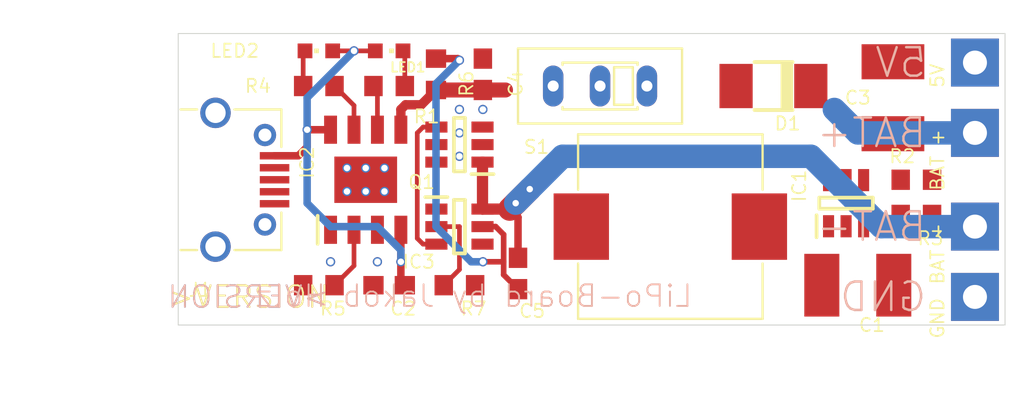
<source format=kicad_pcb>
(kicad_pcb (version 20221018) (generator pcbnew)
  (layers (0 "F.Cu" signal) (31 "B.Cu" signal) (34 "B.Paste" user) (35 "F.Paste" user) (36 "B.SilkS" user "B.Silkscreen") (37 "F.SilkS" user "F.Silkscreen") (38 "B.Mask" user) (39 "F.Mask" user) (44 "Edge.Cuts" user))
  (net 0 "")
  (net 1 "GND")
  (net 2 "N$2")
  (net 3 "N$3")
  (net 4 "N$7")
  (net 5 "N$4")
  (net 6 "N$5")
  (net 7 "VBUS")
  (net 8 "BAT-")
  (net 9 "N$10")
  (net 10 "N$11")
  (net 11 "N$12")
  (net 12 "N$13")
  (net 13 "N$1")
  (net 14 "N$6")
  (net 15 "5V")
  (net 16 "BAT+")
  (net 17 "VIN")
  (footprint "LiPo-BoardV1:R0603" (layer "F.Cu") (at 140.0656 99.3141 90)
    (fp_text reference "R6" (at -1.27 1.651 90) (layer "F.SilkS") (effects (font (size 0.719328 0.719328) (thickness 0.093472)) (justify left)))
    (fp_text value "100R")
    (pad "1" smd rect (at -0.85 0 90) (size 1 1.1) (layers "F.Cu" "F.Paste" "F.Mask") (net 16 "BAT+"))
    (pad "2" smd rect (at 0.85 0 90) (size 1 1.1) (layers "F.Cu" "F.Paste" "F.Mask") (net 12 "N$13"))
  )
  (footprint "LiPo-BoardV1:C1812" (layer "F.Cu") (at 162.9256 110.7441)
    (fp_text reference "C1" (at 0 2.159) (layer "F.SilkS") (effects (font (size 0.719328 0.719328) (thickness 0.093472)) (justify left)))
    (fp_text value "22uF")
    (pad "1" smd rect (at -1.95 0) (size 1.9 3.4) (layers "F.Cu" "F.Paste" "F.Mask") (net 17 "VIN"))
    (pad "2" smd rect (at 1.95 0) (size 1.9 3.4) (layers "F.Cu" "F.Paste" "F.Mask") (net 1 "GND"))
  )
  (footprint "LiPo-BoardV1:C1812" (layer "F.Cu") (at 164.8306 100.5841 -90)
    (fp_text reference "C3" (at 0 2.667) (layer "F.SilkS") (effects (font (size 0.719328 0.719328) (thickness 0.093472)) (justify left)))
    (fp_text value "22uF")
    (pad "1" smd rect (at -1.95 0 270) (size 1.9 3.4) (layers "F.Cu" "F.Paste" "F.Mask") (net 15 "5V"))
    (pad "2" smd rect (at 1.95 0 270) (size 1.9 3.4) (layers "F.Cu" "F.Paste" "F.Mask") (net 1 "GND"))
  )
  (footprint "LiPo-BoardV1:R0603" (layer "F.Cu") (at 133.7156 99.9491 180)
    (fp_text reference "R4" (at 2.54 0) (layer "F.SilkS") (effects (font (size 0.719328 0.719328) (thickness 0.093472)) (justify right)))
    (fp_text value "1k")
    (pad "1" smd rect (at -0.85 0 180) (size 1 1.1) (layers "F.Cu" "F.Paste" "F.Mask") (net 5 "N$4"))
    (pad "2" smd rect (at 0.85 0 180) (size 1 1.1) (layers "F.Cu" "F.Paste" "F.Mask") (net 3 "N$3"))
  )
  (footprint "LiPo-BoardV1:C0603" (layer "F.Cu") (at 144.5106 110.1091 90)
    (fp_text reference "C5" (at -2.032 0) (layer "F.SilkS") (effects (font (size 0.719328 0.719328) (thickness 0.093472)) (justify left)))
    (fp_text value "100n")
    (pad "1" smd rect (at -0.85 0 90) (size 1.1 1) (layers "F.Cu" "F.Paste" "F.Mask") (net 12 "N$13"))
    (pad "2" smd rect (at 0.85 0 90) (size 1.1 1) (layers "F.Cu" "F.Paste" "F.Mask") (net 8 "BAT-"))
  )
  (footprint "LiPo-BoardV1:CON-PAD" (layer "F.Cu") (at 169.2756 111.3791 180)
    (fp_text reference "J3" hide)
    (fp_text value "GND" (at 2.032 0 90) (layer "F.SilkS") (effects (font (size 0.719328 0.719328) (thickness 0.093472)) (justify right)))
    (pad "1" thru_hole rect (at 0 0 180) (size 2.6 2.6) (drill 1.3) (layers "*.Cu" "*.Mask") (net 1 "GND"))
  )
  (footprint "LiPo-BoardV1:SPDT" (layer "F.Cu") (at 148.9556 99.9491)
    (fp_text reference "S1" (at -4.191 3.302) (layer "F.SilkS") (effects (font (size 0.719328 0.719328) (thickness 0.093472)) (justify left)))
    (fp_text value "SPDT")
    (fp_line (start -4.445 -2.032) (end 4.445 -2.032) (stroke (width 0.127)) (layer "F.SilkS"))
    (fp_line (start -4.445 2.032) (end -4.445 -2.032) (stroke (width 0.127)) (layer "F.SilkS"))
    (fp_line (start -2.032 -1.27) (end -2.032 -1.143) (stroke (width 0.127)) (layer "F.SilkS"))
    (fp_line (start -2.032 -1.27) (end 2.032 -1.27) (stroke (width 0.127)) (layer "F.SilkS"))
    (fp_line (start -2.032 1.27) (end -2.032 1.143) (stroke (width 0.127)) (layer "F.SilkS"))
    (fp_line (start -2.032 1.27) (end 2.032 1.27) (stroke (width 0.127)) (layer "F.SilkS"))
    (fp_line (start 0.762 -1.016) (end 0.762 1.016) (stroke (width 0.127)) (layer "F.SilkS"))
    (fp_line (start 0.762 1.016) (end 1.778 1.016) (stroke (width 0.127)) (layer "F.SilkS"))
    (fp_line (start 1.778 -1.016) (end 0.762 -1.016) (stroke (width 0.127)) (layer "F.SilkS"))
    (fp_line (start 1.778 1.016) (end 1.778 -1.016) (stroke (width 0.127)) (layer "F.SilkS"))
    (fp_line (start 2.032 -1.27) (end 2.032 -1.143) (stroke (width 0.127)) (layer "F.SilkS"))
    (fp_line (start 2.032 1.27) (end 2.032 1.143) (stroke (width 0.127)) (layer "F.SilkS"))
    (fp_line (start 4.445 -2.032) (end 4.445 2.032) (stroke (width 0.127)) (layer "F.SilkS"))
    (fp_line (start 4.445 2.032) (end -4.445 2.032) (stroke (width 0.127)) (layer "F.SilkS"))
    (pad "1" thru_hole oval (at -2.54 0 90) (size 2.216 1.108) (drill 0.6) (layers "*.Cu" "*.Mask") (net 16 "BAT+"))
    (pad "2" thru_hole oval (at 0 0 90) (size 2.216 1.108) (drill 0.6) (layers "*.Cu" "*.Mask") (net 17 "VIN"))
    (pad "3" thru_hole oval (at 2.54 0 90) (size 2.216 1.108) (drill 0.6) (layers "*.Cu" "*.Mask"))
  )
  (footprint "LiPo-BoardV1:SOT-23-6" (layer "F.Cu") (at 162.2906 106.2991 90)
    (fp_text reference "IC1" (at 0 -2.54 90) (layer "F.SilkS") (effects (font (size 0.719328 0.719328) (thickness 0.093472)) (justify left)))
    (fp_text value "MT3608")
    (fp_line (start -1.85 -1.6) (end -0.65 -1.6) (stroke (width 0.2)) (layer "F.SilkS"))
    (fp_line (start -0.3 -1.45) (end 0.3 -1.45) (stroke (width 0.2)) (layer "F.SilkS"))
    (fp_line (start -0.3 1.45) (end -0.3 -1.45) (stroke (width 0.2)) (layer "F.SilkS"))
    (fp_line (start 0.3 -1.45) (end 0.3 1.45) (stroke (width 0.2)) (layer "F.SilkS"))
    (fp_line (start 0.3 1.45) (end -0.3 1.45) (stroke (width 0.2)) (layer "F.SilkS"))
    (pad "1" smd rect (at -1.25 -0.95 90) (size 1.2 0.6) (layers "F.Cu" "F.Paste" "F.Mask") (net 13 "N$1"))
    (pad "2" smd rect (at -1.25 0 90) (size 1.2 0.6) (layers "F.Cu" "F.Paste" "F.Mask") (net 1 "GND"))
    (pad "3" smd rect (at -1.25 0.95 90) (size 1.2 0.6) (layers "F.Cu" "F.Paste" "F.Mask") (net 14 "N$6"))
    (pad "4" smd rect (at 1.25 0.95 90) (size 1.2 0.6) (layers "F.Cu" "F.Paste" "F.Mask") (net 17 "VIN"))
    (pad "5" smd rect (at 1.25 0 90) (size 1.2 0.6) (layers "F.Cu" "F.Paste" "F.Mask") (net 17 "VIN"))
    (pad "6" smd rect (at 1.25 -0.95 90) (size 1.2 0.6) (layers "F.Cu" "F.Paste" "F.Mask"))
  )
  (footprint "LiPo-BoardV1:INDUCTOR10.8X10" (layer "F.Cu") (at 152.7656 107.5691)
    (fp_text reference "L1" hide)
    (fp_text value "SLO1040H220MTT" hide)
    (fp_line (start -5 -5) (end -5 -2) (stroke (width 0.127)) (layer "F.SilkS"))
    (fp_line (start -5 -5) (end 5 -5) (stroke (width 0.127)) (layer "F.SilkS"))
    (fp_line (start -5 5) (end -5 2) (stroke (width 0.127)) (layer "F.SilkS"))
    (fp_line (start 5 -5) (end 5 -2) (stroke (width 0.127)) (layer "F.SilkS"))
    (fp_line (start 5 5) (end -5 5) (stroke (width 0.127)) (layer "F.SilkS"))
    (fp_line (start 5 5) (end 5 2) (stroke (width 0.127)) (layer "F.SilkS"))
    (pad "1" smd rect (at -4.826 0) (size 3 3.6) (layers "F.Cu" "F.Paste" "F.Mask") (net 17 "VIN"))
    (pad "2" smd rect (at 4.826 0) (size 3 3.6) (layers "F.Cu" "F.Paste" "F.Mask") (net 13 "N$1"))
  )
  (footprint "LiPo-BoardV1:R0603" (layer "F.Cu") (at 166.1006 106.9341 180)
    (fp_text reference "R3" (at 0 -1.27) (layer "F.SilkS") (effects (font (size 0.719328 0.719328) (thickness 0.093472)) (justify left)))
    (fp_text value "1k")
    (pad "1" smd rect (at -0.85 0 180) (size 1 1.1) (layers "F.Cu" "F.Paste" "F.Mask") (net 1 "GND"))
    (pad "2" smd rect (at 0.85 0 180) (size 1 1.1) (layers "F.Cu" "F.Paste" "F.Mask") (net 14 "N$6"))
  )
  (footprint "LiPo-BoardV1:SOP-8" (layer "F.Cu") (at 136.2556 105.0291 90)
    (fp_text reference "IC2" (at 0 -3.175 90) (layer "F.SilkS") (effects (font (size 0.719328 0.719328) (thickness 0.093472)) (justify left)))
    (fp_text value "TP4056")
    (fp_line (start -3.475 -2.605) (end -1.95 -2.605) (stroke (width 0.2)) (layer "F.SilkS"))
    (pad "1" smd rect (at -2.712 -1.905 90) (size 1.525 0.7) (layers "F.Cu" "F.Paste" "F.Mask") (net 1 "GND"))
    (pad "2" smd rect (at -2.712 -0.635 90) (size 1.525 0.7) (layers "F.Cu" "F.Paste" "F.Mask") (net 4 "N$7"))
    (pad "3" smd rect (at -2.712 0.635 90) (size 1.525 0.7) (layers "F.Cu" "F.Paste" "F.Mask") (net 1 "GND"))
    (pad "4" smd rect (at -2.712 1.905 90) (size 1.525 0.7) (layers "F.Cu" "F.Paste" "F.Mask") (net 7 "VBUS"))
    (pad "5" smd rect (at 2.712 1.905 90) (size 1.525 0.7) (layers "F.Cu" "F.Paste" "F.Mask") (net 16 "BAT+"))
    (pad "6" smd rect (at 2.712 0.635 90) (size 1.525 0.7) (layers "F.Cu" "F.Paste" "F.Mask") (net 6 "N$5"))
    (pad "7" smd rect (at 2.712 -0.635 90) (size 1.525 0.7) (layers "F.Cu" "F.Paste" "F.Mask") (net 5 "N$4"))
    (pad "8" smd rect (at 2.712 -1.905 90) (size 1.525 0.7) (layers "F.Cu" "F.Paste" "F.Mask") (net 7 "VBUS"))
    (pad "9" smd rect (at 0 0 180) (size 3.402 2.513) (layers "F.Cu" "F.Paste" "F.Mask") (net 1 "GND"))
  )
  (footprint "LiPo-BoardV1:SOT-23-6" (layer "F.Cu") (at 141.3356 103.1241 180)
    (fp_text reference "Q1" (at 1.27 -2.032) (layer "F.SilkS") (effects (font (size 0.719328 0.719328) (thickness 0.093472)) (justify right)))
    (fp_text value "FS8205")
    (fp_line (start -1.85 -1.6) (end -0.65 -1.6) (stroke (width 0.2)) (layer "F.SilkS"))
    (fp_line (start -0.3 -1.45) (end 0.3 -1.45) (stroke (width 0.2)) (layer "F.SilkS"))
    (fp_line (start -0.3 1.45) (end -0.3 -1.45) (stroke (width 0.2)) (layer "F.SilkS"))
    (fp_line (start 0.3 -1.45) (end 0.3 1.45) (stroke (width 0.2)) (layer "F.SilkS"))
    (fp_line (start 0.3 1.45) (end -0.3 1.45) (stroke (width 0.2)) (layer "F.SilkS"))
    (pad "1" smd rect (at -1.25 -0.95 180) (size 1.2 0.6) (layers "F.Cu" "F.Paste" "F.Mask") (net 8 "BAT-"))
    (pad "2" smd rect (at -1.25 0 180) (size 1.2 0.6) (layers "F.Cu" "F.Paste" "F.Mask"))
    (pad "3" smd rect (at -1.25 0.95 180) (size 1.2 0.6) (layers "F.Cu" "F.Paste" "F.Mask") (net 1 "GND"))
    (pad "4" smd rect (at 1.25 0.95 180) (size 1.2 0.6) (layers "F.Cu" "F.Paste" "F.Mask") (net 10 "N$11"))
    (pad "5" smd rect (at 1.25 0 180) (size 1.2 0.6) (layers "F.Cu" "F.Paste" "F.Mask"))
    (pad "6" smd rect (at 1.25 -0.95 180) (size 1.2 0.6) (layers "F.Cu" "F.Paste" "F.Mask") (net 9 "N$10"))
  )
  (footprint "LiPo-BoardV1:R0603" (layer "F.Cu") (at 141.3356 110.7441 180)
    (fp_text reference "R7" (at 0 -1.27) (layer "F.SilkS") (effects (font (size 0.719328 0.719328) (thickness 0.093472)) (justify left)))
    (fp_text value "1k")
    (pad "1" smd rect (at -0.85 0 180) (size 1 1.1) (layers "F.Cu" "F.Paste" "F.Mask") (net 1 "GND"))
    (pad "2" smd rect (at 0.85 0 180) (size 1 1.1) (layers "F.Cu" "F.Paste" "F.Mask") (net 11 "N$12"))
  )
  (footprint "LiPo-BoardV1:DO-214AC" (layer "F.Cu") (at 158.3536 99.9491 180)
    (fp_text reference "D1" (at 0 -2.032) (layer "F.SilkS") (effects (font (size 0.719328 0.719328) (thickness 0.093472)) (justify left)))
    (fp_text value "SS34")
    (fp_line (start -1.035 -1.3) (end 1.025 -1.3) (stroke (width 0.2032)) (layer "F.SilkS"))
    (fp_line (start 1.025 1.3) (end -1.035 1.3) (stroke (width 0.2032)) (layer "F.SilkS"))
    (fp_poly (pts (xy -1.065 1.225) (xy -0.39 1.225) (xy -0.39 -1.225) (xy -1.065 -1.225)) (fill solid) (layer "F.SilkS"))
    (pad "A" smd rect (at 2.025 0) (size 1.8 2.4) (layers "F.Cu" "F.Paste" "F.Mask") (net 13 "N$1"))
    (pad "C" smd rect (at -2.025 0 180) (size 1.8 2.4) (layers "F.Cu" "F.Paste" "F.Mask") (net 15 "5V"))
  )
  (footprint "LiPo-BoardV1:MICROUSB" (layer "F.Cu") (at 128.6356 105.0291 90)
    (fp_text reference "J1" (at -5.969 -2.032) (layer "F.SilkS") (effects (font (size 0.719328 0.719328) (thickness 0.093472)) (justify left)))
    (fp_text value "MICRO_USB" hide)
    (fp_line (start -3.81 -1.524) (end -3.81 -2.413) (stroke (width 0.127)) (layer "F.SilkS"))
    (fp_line (start -3.81 0.508) (end -3.81 3.048) (stroke (width 0.127)) (layer "F.SilkS"))
    (fp_line (start -3.81 3.048) (end -1.778 3.048) (stroke (width 0.127)) (layer "F.SilkS"))
    (fp_line (start 3.81 -1.524) (end 3.81 -2.413) (stroke (width 0.127)) (layer "F.SilkS"))
    (fp_line (start 3.81 3.048) (end 1.778 3.048) (stroke (width 0.127)) (layer "F.SilkS"))
    (fp_line (start 3.81 3.048) (end 3.81 0.508) (stroke (width 0.127)) (layer "F.SilkS"))
    (pad "1" smd rect (at 1.3 2.68 180) (size 1.6 0.4) (layers "F.Cu" "F.Paste" "F.Mask") (net 7 "VBUS"))
    (pad "2" smd rect (at 0.65 2.68 180) (size 1.6 0.4) (layers "F.Cu" "F.Paste" "F.Mask"))
    (pad "3" smd rect (at 0 2.68 180) (size 1.6 0.4) (layers "F.Cu" "F.Paste" "F.Mask"))
    (pad "4" smd rect (at -0.65 2.68 180) (size 1.6 0.4) (layers "F.Cu" "F.Paste" "F.Mask"))
    (pad "5" smd rect (at -1.3 2.68 180) (size 1.6 0.4) (layers "F.Cu" "F.Paste" "F.Mask") (net 1 "GND"))
    (pad "MP1" thru_hole circle (at -3.625 -0.521 90) (size 1.65 1.65) (drill 1.1) (layers "*.Cu" "*.Mask") (net 1 "GND"))
    (pad "MP2" thru_hole circle (at -2.425 2.159 90) (size 1.208 1.208) (drill 0.7) (layers "*.Cu" "*.Mask") (net 1 "GND"))
    (pad "MP3" thru_hole circle (at 2.425 2.159 90) (size 1.208 1.208) (drill 0.7) (layers "*.Cu" "*.Mask") (net 1 "GND"))
    (pad "MP4" thru_hole circle (at 3.625 -0.521 90) (size 1.65 1.65) (drill 1.1) (layers "*.Cu" "*.Mask") (net 1 "GND"))
  )
  (footprint "LiPo-BoardV1:CON-PAD" (layer "F.Cu") (at 169.2756 98.6791 180)
    (fp_text reference "J2" hide)
    (fp_text value "5V" (at 2.032 0 90) (layer "F.SilkS") (effects (font (size 0.719328 0.719328) (thickness 0.093472)) (justify right)))
    (pad "1" thru_hole rect (at 0 0 180) (size 2.6 2.6) (drill 1.3) (layers "*.Cu" "*.Mask") (net 15 "5V"))
  )
  (footprint "LiPo-BoardV1:C0603" (layer "F.Cu") (at 142.6056 99.3141 90)
    (fp_text reference "C4" (at -1.27 1.778 90) (layer "F.SilkS") (effects (font (size 0.719328 0.719328) (thickness 0.093472)) (justify left)))
    (fp_text value "10uF")
    (pad "1" smd rect (at -0.85 0 90) (size 1.1 1) (layers "F.Cu" "F.Paste" "F.Mask") (net 16 "BAT+"))
    (pad "2" smd rect (at 0.85 0 90) (size 1.1 1) (layers "F.Cu" "F.Paste" "F.Mask") (net 1 "GND"))
  )
  (footprint "LiPo-BoardV1:SOT-23-6" (layer "F.Cu") (at 141.3356 107.5691)
    (fp_text reference "IC3" (at -1.27 1.905) (layer "F.SilkS") (effects (font (size 0.719328 0.719328) (thickness 0.093472)) (justify right)))
    (fp_text value "FS312F-G")
    (fp_line (start -1.85 -1.6) (end -0.65 -1.6) (stroke (width 0.2)) (layer "F.SilkS"))
    (fp_line (start -0.3 -1.45) (end 0.3 -1.45) (stroke (width 0.2)) (layer "F.SilkS"))
    (fp_line (start -0.3 1.45) (end -0.3 -1.45) (stroke (width 0.2)) (layer "F.SilkS"))
    (fp_line (start 0.3 -1.45) (end 0.3 1.45) (stroke (width 0.2)) (layer "F.SilkS"))
    (fp_line (start 0.3 1.45) (end -0.3 1.45) (stroke (width 0.2)) (layer "F.SilkS"))
    (pad "1" smd rect (at -1.25 -0.95) (size 1.2 0.6) (layers "F.Cu" "F.Paste" "F.Mask") (net 9 "N$10"))
    (pad "2" smd rect (at -1.25 0) (size 1.2 0.6) (layers "F.Cu" "F.Paste" "F.Mask") (net 11 "N$12"))
    (pad "3" smd rect (at -1.25 0.95) (size 1.2 0.6) (layers "F.Cu" "F.Paste" "F.Mask") (net 10 "N$11"))
    (pad "4" smd rect (at 1.25 0.95) (size 1.2 0.6) (layers "F.Cu" "F.Paste" "F.Mask"))
    (pad "5" smd rect (at 1.25 0) (size 1.2 0.6) (layers "F.Cu" "F.Paste" "F.Mask") (net 12 "N$13"))
    (pad "6" smd rect (at 1.25 -0.95) (size 1.2 0.6) (layers "F.Cu" "F.Paste" "F.Mask") (net 8 "BAT-"))
  )
  (footprint "LiPo-BoardV1:CON-PAD" (layer "F.Cu") (at 169.2756 107.5691 180)
    (fp_text reference "J5" hide)
    (fp_text value "BAT -" (at 2.032 0.254 90) (layer "F.SilkS") (effects (font (size 0.719328 0.719328) (thickness 0.093472)) (justify right)))
    (pad "1" thru_hole rect (at 0 0 180) (size 2.6 2.6) (drill 1.3) (layers "*.Cu" "*.Mask") (net 8 "BAT-"))
  )
  (footprint "LiPo-BoardV1:R0603" (layer "F.Cu") (at 133.7156 110.7441)
    (fp_text reference "R5" (at 0 1.27) (layer "F.SilkS") (effects (font (size 0.719328 0.719328) (thickness 0.093472)) (justify left)))
    (fp_text value "1k2")
    (pad "1" smd rect (at -0.85 0) (size 1 1.1) (layers "F.Cu" "F.Paste" "F.Mask") (net 1 "GND"))
    (pad "2" smd rect (at 0.85 0) (size 1 1.1) (layers "F.Cu" "F.Paste" "F.Mask") (net 4 "N$7"))
  )
  (footprint "LiPo-BoardV1:CON-PAD" (layer "F.Cu") (at 169.2756 102.4891 180)
    (fp_text reference "J4" hide)
    (fp_text value "BAT +" (at 2.032 0.254 90) (layer "F.SilkS") (effects (font (size 0.719328 0.719328) (thickness 0.093472)) (justify right)))
    (pad "1" thru_hole rect (at 0 0 180) (size 2.6 2.6) (drill 1.3) (layers "*.Cu" "*.Mask") (net 16 "BAT+"))
  )
  (footprint "LiPo-BoardV1:R0603" (layer "F.Cu") (at 137.5256 99.9491)
    (fp_text reference "R1" (at 1.27 1.651) (layer "F.SilkS") (effects (font (size 0.719328 0.719328) (thickness 0.093472)) (justify left)))
    (fp_text value "1k")
    (pad "1" smd rect (at -0.85 0) (size 1 1.1) (layers "F.Cu" "F.Paste" "F.Mask") (net 6 "N$5"))
    (pad "2" smd rect (at 0.85 0) (size 1 1.1) (layers "F.Cu" "F.Paste" "F.Mask") (net 2 "N$2"))
  )
  (footprint "LiPo-BoardV1:CHIPLED_0603" (layer "F.Cu") (at 137.5256 98.0441 -90)
    (fp_text reference "LED1" (at 0.889 0) (layer "F.SilkS") (effects (font (size 0.516128 0.516128) (thickness 0.093472)) (justify left)))
    (fp_text value "GREEN")
    (fp_poly (pts (xy -0.125 0) (xy 0.125 0) (xy 0.125 -0.25) (xy -0.125 -0.25)) (fill solid) (layer "F.SilkS"))
    (pad "A" smd rect (at 0 0.75 270) (size 0.8 0.8) (layers "F.Cu" "F.Paste" "F.Mask") (net 7 "VBUS"))
    (pad "C" smd rect (at 0 -0.75 270) (size 0.8 0.8) (layers "F.Cu" "F.Paste" "F.Mask") (net 2 "N$2"))
  )
  (footprint "LiPo-BoardV1:R0603" (layer "F.Cu") (at 166.1006 105.0291)
    (fp_text reference "R2" (at 0 -1.27) (layer "F.SilkS") (effects (font (size 0.719328 0.719328) (thickness 0.093472)) (justify right)))
    (fp_text value "7k5")
    (pad "1" smd rect (at -0.85 0) (size 1 1.1) (layers "F.Cu" "F.Paste" "F.Mask") (net 14 "N$6"))
    (pad "2" smd rect (at 0.85 0) (size 1 1.1) (layers "F.Cu" "F.Paste" "F.Mask") (net 15 "5V"))
  )
  (footprint "LiPo-BoardV1:CHIPLED_0603" (layer "F.Cu") (at 133.7156 98.0441 90)
    (fp_text reference "LED2" (at 0 -3.175) (layer "F.SilkS") (effects (font (size 0.719328 0.719328) (thickness 0.093472)) (justify right)))
    (fp_text value "RED")
    (fp_poly (pts (xy -0.125 0) (xy 0.125 0) (xy 0.125 -0.25) (xy -0.125 -0.25)) (fill solid) (layer "F.SilkS"))
    (pad "A" smd rect (at 0 0.75 90) (size 0.8 0.8) (layers "F.Cu" "F.Paste" "F.Mask") (net 7 "VBUS"))
    (pad "C" smd rect (at 0 -0.75 90) (size 0.8 0.8) (layers "F.Cu" "F.Paste" "F.Mask") (net 3 "N$3"))
  )
  (footprint "LiPo-BoardV1:C0603" (layer "F.Cu") (at 137.5256 110.7441 180)
    (fp_text reference "C2" (at 0 -1.27) (layer "F.SilkS") (effects (font (size 0.719328 0.719328) (thickness 0.093472)) (justify left)))
    (fp_text value "10uF")
    (pad "1" smd rect (at -0.85 0 180) (size 1.1 1) (layers "F.Cu" "F.Paste" "F.Mask") (net 7 "VBUS"))
    (pad "2" smd rect (at 0.85 0 180) (size 1.1 1) (layers "F.Cu" "F.Paste" "F.Mask") (net 1 "GND"))
  )
  (gr_line (start 126.0956 97.1041) (end 126.0956 112.9031) (stroke (width 0.05)) (layer "Edge.Cuts"))
  (gr_line (start 170.9066 97.1041) (end 126.0956 97.1041) (stroke (width 0.05)) (layer "Edge.Cuts"))
  (gr_line (start 170.9066 112.9031) (end 170.9066 97.1041) (stroke (width 0.05)) (layer "Edge.Cuts"))
  (gr_line (start 126.0956 112.9031) (end 170.9066 112.9031) (stroke (width 0.05)) (layer "Edge.Cuts"))
  (gr_text ">VERSION" (at 129.9056 111.3791) (layer "F.Cu") (effects (font (size 1.1684 1.1684) (thickness 0.1016))))
  (gr_text ">VERSION" (at 129.9056 111.3791) (layer "B.Cu") (effects (font (size 1.1684 1.1684) (thickness 0.1016)) (justify mirror)))
  (gr_text "LiPo-Board by Jakob Holz" (at 154.0356 112.0141) (layer "B.SilkS") (effects (font (size 1.1684 1.1684) (thickness 0.1016)) (justify left bottom mirror)))
  (gr_text "BAT+" (at 166.7356 102.4891) (layer "B.SilkS") (effects (font (size 1.542288 1.542288) (thickness 0.134112)) (justify left mirror)))
  (gr_text ">VERSION" (at 129.9056 111.3791) (layer "B.SilkS") (effects (font (size 1.1684 1.1684) (thickness 0.1016)) (justify mirror)))
  (gr_text "5V" (at 166.7356 98.6791) (layer "B.SilkS") (effects (font (size 1.542288 1.542288) (thickness 0.134112)) (justify left mirror)))
  (gr_text "BAT-" (at 166.7356 107.5691) (layer "B.SilkS") (effects (font (size 1.542288 1.542288) (thickness 0.134112)) (justify left mirror)))
  (gr_text "GND" (at 166.7356 111.3791) (layer "B.SilkS") (effects (font (size 1.542288 1.542288) (thickness 0.134112)) (justify left mirror)))
  (gr_text ">VERSION" (at 129.9056 111.3791) (layer "F.SilkS") (effects (font (size 1.1684 1.1684) (thickness 0.1016))))
  (via (at 136.2556 104.3941) (size 0.5024) (drill 0.35) (layers "F.Cu" "B.Cu") (net 1))
  (via (at 141.3356 103.7591) (size 0.5024) (drill 0.35) (layers "F.Cu" "B.Cu") (net 1))
  (via (at 136.8906 109.4741) (size 0.5024) (drill 0.35) (layers "F.Cu" "B.Cu") (net 1))
  (via (at 137.2716 104.3941) (size 0.5024) (drill 0.35) (layers "F.Cu" "B.Cu") (net 1))
  (via (at 142.6056 101.2191) (size 0.5024) (drill 0.35) (layers "F.Cu" "B.Cu") (net 1))
  (via (at 135.2396 104.3941) (size 0.5024) (drill 0.35) (layers "F.Cu" "B.Cu") (net 1))
  (via (at 137.2716 105.6641) (size 0.5024) (drill 0.35) (layers "F.Cu" "B.Cu") (net 1))
  (via (at 141.3356 102.4891) (size 0.5024) (drill 0.35) (layers "F.Cu" "B.Cu") (net 1))
  (via (at 134.3506 109.4741) (size 0.5024) (drill 0.35) (layers "F.Cu" "B.Cu") (net 1))
  (via (at 135.2396 105.6641) (size 0.5024) (drill 0.35) (layers "F.Cu" "B.Cu") (net 1))
  (via (at 141.3356 101.2191) (size 0.5024) (drill 0.35) (layers "F.Cu" "B.Cu") (net 1))
  (via (at 136.2556 105.6641) (size 0.5024) (drill 0.35) (layers "F.Cu" "B.Cu") (net 1))
  (segment (start 138.3756 98.1441) (end 138.2756 98.0441) (width 0.254) (layer "F.Cu") (net 2))
  (segment (start 138.3756 99.9491) (end 138.3756 98.1441) (width 0.254) (layer "F.Cu") (net 2))
  (segment (start 132.8656 98.1441) (end 132.9656 98.0441) (width 0.254) (layer "F.Cu") (net 3))
  (segment (start 132.8656 99.9491) (end 132.8656 98.1441) (width 0.254) (layer "F.Cu") (net 3))
  (segment (start 134.5656 110.7441) (end 135.6206 109.6891) (width 0.254) (layer "F.Cu") (net 4))
  (segment (start 135.6206 109.6891) (end 135.6206 107.7411) (width 0.254) (layer "F.Cu") (net 4))
  (segment (start 135.6206 101.0041) (end 135.6206 102.3171) (width 0.254) (layer "F.Cu") (net 5))
  (segment (start 134.5656 99.9491) (end 135.6206 101.0041) (width 0.254) (layer "F.Cu") (net 5))
  (segment (start 136.6756 99.9491) (end 136.8906 100.1641) (width 0.254) (layer "F.Cu") (net 6))
  (segment (start 136.8906 100.1641) (end 136.8906 102.3171) (width 0.254) (layer "F.Cu") (net 6))
  (segment (start 133.0806 103.2511) (end 132.6026 103.7291) (width 0.4064) (layer "F.Cu") (net 7))
  (segment (start 138.1606 109.4741) (end 138.1606 107.7411) (width 0.4064) (layer "F.Cu") (net 7))
  (segment (start 134.3506 102.3171) (end 133.0806 102.3171) (width 0.4064) (layer "F.Cu") (net 7))
  (segment (start 133.0806 103.2511) (end 133.0806 102.3171) (width 0.4064) (layer "F.Cu") (net 7))
  (segment (start 134.4656 98.0441) (end 135.6206 98.0441) (width 0.254) (layer "F.Cu") (net 7))
  (segment (start 138.1606 109.4741) (end 138.1606 110.5291) (width 0.4064) (layer "F.Cu") (net 7))
  (segment (start 138.1606 110.5291) (end 138.3756 110.7441) (width 0.4064) (layer "F.Cu") (net 7))
  (segment (start 132.6026 103.7291) (end 131.3156 103.7291) (width 0.4064) (layer "F.Cu") (net 7))
  (segment (start 136.7756 98.0441) (end 135.6206 98.0441) (width 0.254) (layer "F.Cu") (net 7))
  (via (at 138.1606 109.4741) (size 0.5024) (drill 0.35) (layers "F.Cu" "B.Cu") (net 7))
  (via (at 133.0806 102.3171) (size 0.5024) (drill 0.35) (layers "F.Cu" "B.Cu") (net 7))
  (via (at 135.6206 98.0441) (size 0.5024) (drill 0.35) (layers "F.Cu" "B.Cu") (net 7))
  (segment (start 133.0806 102.3171) (end 133.0806 106.2991) (width 0.4064) (layer "B.Cu") (net 7))
  (segment (start 133.0806 106.2991) (end 134.3506 107.5691) (width 0.4064) (layer "B.Cu") (net 7))
  (segment (start 136.8906 107.5691) (end 138.1606 108.8391) (width 0.4064) (layer "B.Cu") (net 7))
  (segment (start 134.3506 107.5691) (end 136.8906 107.5691) (width 0.4064) (layer "B.Cu") (net 7))
  (segment (start 138.1606 109.4741) (end 138.1606 108.8391) (width 0.4064) (layer "B.Cu") (net 7))
  (segment (start 133.0806 100.5841) (end 133.0806 102.3171) (width 0.4064) (layer "B.Cu") (net 7))
  (segment (start 135.6206 98.0441) (end 133.0806 100.5841) (width 0.4064) (layer "B.Cu") (net 7))
  (segment (start 144.3836 106.2991) (end 144.0636 106.6191) (width 1.27) (layer "F.Cu") (net 8))
  (segment (start 144.5106 107.0661) (end 144.0636 106.6191) (width 0.4064) (layer "F.Cu") (net 8))
  (segment (start 145.1456 105.5371) (end 144.3836 106.2991) (width 1.27) (layer "F.Cu") (net 8))
  (segment (start 142.5856 104.0741) (end 142.5856 106.6191) (width 0.6096) (layer "F.Cu") (net 8))
  (segment (start 144.5106 109.2591) (end 144.5106 107.0661) (width 0.4064) (layer "F.Cu") (net 8))
  (segment (start 144.0636 106.6191) (end 142.5856 106.6191) (width 0.6096) (layer "F.Cu") (net 8))
  (via (at 144.3836 106.2991) (size 0.5024) (drill 0.35) (layers "F.Cu" "B.Cu") (net 8))
  (via (at 145.1456 105.5371) (size 0.5024) (drill 0.35) (layers "F.Cu" "B.Cu") (net 8))
  (segment (start 146.9236 103.7591) (end 145.1456 105.5371) (width 1.27) (layer "B.Cu") (net 8))
  (segment (start 164.1956 107.5691) (end 160.3856 103.7591) (width 1.27) (layer "B.Cu") (net 8))
  (segment (start 169.2756 107.5691) (end 164.1956 107.5691) (width 1.27) (layer "B.Cu") (net 8))
  (segment (start 160.3856 103.7591) (end 146.9236 103.7591) (width 1.27) (layer "B.Cu") (net 8))
  (segment (start 145.1456 105.5371) (end 144.3836 106.2991) (width 1.27) (layer "B.Cu") (net 8))
  (segment (start 140.0856 104.0741) (end 140.0856 106.6191) (width 0.254) (layer "F.Cu") (net 9))
  (segment (start 139.0496 102.4891) (end 139.3646 102.1741) (width 0.254) (layer "F.Cu") (net 10))
  (segment (start 140.0856 102.1741) (end 139.3646 102.1741) (width 0.254) (layer "F.Cu") (net 10))
  (segment (start 139.0496 108.2041) (end 139.0496 102.4891) (width 0.254) (layer "F.Cu") (net 10))
  (segment (start 140.0856 108.5191) (end 139.3646 108.5191) (width 0.254) (layer "F.Cu") (net 10))
  (segment (start 139.3646 108.5191) (end 139.0496 108.2041) (width 0.254) (layer "F.Cu") (net 10))
  (segment (start 140.0856 107.5691) (end 141.3356 107.5691) (width 0.254) (layer "F.Cu") (net 11))
  (segment (start 141.3356 107.5691) (end 141.3356 109.8941) (width 0.254) (layer "F.Cu") (net 11))
  (segment (start 141.3356 109.8941) (end 140.4856 110.7441) (width 0.254) (layer "F.Cu") (net 11))
  (segment (start 140.0656 98.4641) (end 141.2476 98.4641) (width 0.4064) (layer "F.Cu") (net 12))
  (segment (start 143.7312 109.4741) (end 143.7312 110.1797) (width 0.3048) (layer "F.Cu") (net 12))
  (segment (start 142.5856 107.5691) (end 143.300531 107.5691) (width 0.3048) (layer "F.Cu") (net 12))
  (segment (start 141.2476 98.4641) (end 141.3356 98.5521) (width 0.4064) (layer "F.Cu") (net 12))
  (segment (start 143.7312 107.999769) (end 143.7312 109.4741) (width 0.3048) (layer "F.Cu") (net 12))
  (segment (start 143.7312 110.1797) (end 144.5106 110.9591) (width 0.3048) (layer "F.Cu") (net 12))
  (segment (start 143.300531 107.5691) (end 143.7312 107.999769) (width 0.3048) (layer "F.Cu") (net 12))
  (segment (start 142.6056 109.4741) (end 143.7312 109.4741) (width 0.3048) (layer "F.Cu") (net 12))
  (via (at 142.6056 109.4741) (size 0.5024) (drill 0.35) (layers "F.Cu" "B.Cu") (net 12))
  (via (at 141.3356 98.5521) (size 0.5024) (drill 0.35) (layers "F.Cu" "B.Cu") (net 12))
  (segment (start 141.3356 98.5521) (end 140.0656 99.8221) (width 0.4064) (layer "B.Cu") (net 12))
  (segment (start 141.9706 109.4741) (end 142.6056 109.4741) (width 0.4064) (layer "B.Cu") (net 12))
  (segment (start 140.0656 107.5691) (end 141.9706 109.4741) (width 0.4064) (layer "B.Cu") (net 12))
  (segment (start 140.0656 99.8221) (end 140.0656 107.5691) (width 0.4064) (layer "B.Cu") (net 12))
  (segment (start 140.0656 100.1641) (end 142.6056 100.1641) (width 0.8128) (layer "F.Cu") (net 16))
  (segment (start 143.8316 100.1641) (end 142.6056 100.1641) (width 0.8128) (layer "F.Cu") (net 16))
  (segment (start 138.4146 100.9651) (end 139.2646 100.9651) (width 0.508) (layer "F.Cu") (net 16))
  (segment (start 138.1606 101.2191) (end 138.4146 100.9651) (width 0.508) (layer "F.Cu") (net 16))
  (segment (start 138.1606 102.3171) (end 138.1606 101.2191) (width 0.508) (layer "F.Cu") (net 16))
  (segment (start 139.2646 100.9651) (end 140.0656 100.1641) (width 0.508) (layer "F.Cu") (net 16))
  (segment (start 169.2756 102.4891) (end 162.9256 102.4891) (width 1.27) (layer "B.Cu") (net 16))
  (segment (start 162.9256 102.4891) (end 161.6556 101.2191) (width 1.27) (layer "B.Cu") (net 16))
)
</source>
